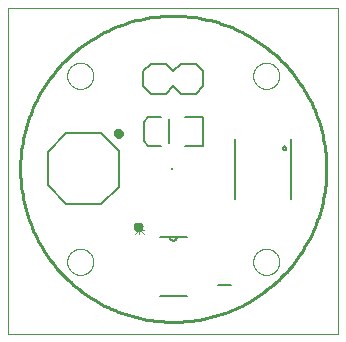
<source format=gto>
G75*
%MOIN*%
%OFA0B0*%
%FSLAX25Y25*%
%IPPOS*%
%LPD*%
%AMOC8*
5,1,8,0,0,1.08239X$1,22.5*
%
%ADD10C,0.00000*%
%ADD11C,0.01000*%
%ADD12C,0.01600*%
%ADD13C,0.00800*%
%ADD14C,0.00500*%
%ADD15C,0.00600*%
%ADD16C,0.00300*%
%ADD17R,0.00787X0.00787*%
D10*
X0006500Y0001500D02*
X0006500Y0110201D01*
X0116421Y0110201D01*
X0116421Y0001500D01*
X0006500Y0001500D01*
X0026150Y0025500D02*
X0026152Y0025631D01*
X0026158Y0025763D01*
X0026168Y0025894D01*
X0026182Y0026024D01*
X0026200Y0026155D01*
X0026221Y0026284D01*
X0026247Y0026413D01*
X0026276Y0026541D01*
X0026310Y0026668D01*
X0026347Y0026794D01*
X0026388Y0026919D01*
X0026433Y0027043D01*
X0026481Y0027165D01*
X0026533Y0027285D01*
X0026589Y0027404D01*
X0026648Y0027522D01*
X0026711Y0027637D01*
X0026777Y0027750D01*
X0026847Y0027862D01*
X0026920Y0027971D01*
X0026996Y0028078D01*
X0027076Y0028183D01*
X0027158Y0028285D01*
X0027244Y0028385D01*
X0027333Y0028482D01*
X0027424Y0028576D01*
X0027518Y0028667D01*
X0027615Y0028756D01*
X0027715Y0028842D01*
X0027817Y0028924D01*
X0027922Y0029004D01*
X0028029Y0029080D01*
X0028138Y0029153D01*
X0028250Y0029223D01*
X0028363Y0029289D01*
X0028478Y0029352D01*
X0028596Y0029411D01*
X0028715Y0029467D01*
X0028835Y0029519D01*
X0028957Y0029567D01*
X0029081Y0029612D01*
X0029206Y0029653D01*
X0029332Y0029690D01*
X0029459Y0029724D01*
X0029587Y0029753D01*
X0029716Y0029779D01*
X0029845Y0029800D01*
X0029976Y0029818D01*
X0030106Y0029832D01*
X0030237Y0029842D01*
X0030369Y0029848D01*
X0030500Y0029850D01*
X0030631Y0029848D01*
X0030763Y0029842D01*
X0030894Y0029832D01*
X0031024Y0029818D01*
X0031155Y0029800D01*
X0031284Y0029779D01*
X0031413Y0029753D01*
X0031541Y0029724D01*
X0031668Y0029690D01*
X0031794Y0029653D01*
X0031919Y0029612D01*
X0032043Y0029567D01*
X0032165Y0029519D01*
X0032285Y0029467D01*
X0032404Y0029411D01*
X0032522Y0029352D01*
X0032637Y0029289D01*
X0032750Y0029223D01*
X0032862Y0029153D01*
X0032971Y0029080D01*
X0033078Y0029004D01*
X0033183Y0028924D01*
X0033285Y0028842D01*
X0033385Y0028756D01*
X0033482Y0028667D01*
X0033576Y0028576D01*
X0033667Y0028482D01*
X0033756Y0028385D01*
X0033842Y0028285D01*
X0033924Y0028183D01*
X0034004Y0028078D01*
X0034080Y0027971D01*
X0034153Y0027862D01*
X0034223Y0027750D01*
X0034289Y0027637D01*
X0034352Y0027522D01*
X0034411Y0027404D01*
X0034467Y0027285D01*
X0034519Y0027165D01*
X0034567Y0027043D01*
X0034612Y0026919D01*
X0034653Y0026794D01*
X0034690Y0026668D01*
X0034724Y0026541D01*
X0034753Y0026413D01*
X0034779Y0026284D01*
X0034800Y0026155D01*
X0034818Y0026024D01*
X0034832Y0025894D01*
X0034842Y0025763D01*
X0034848Y0025631D01*
X0034850Y0025500D01*
X0034848Y0025369D01*
X0034842Y0025237D01*
X0034832Y0025106D01*
X0034818Y0024976D01*
X0034800Y0024845D01*
X0034779Y0024716D01*
X0034753Y0024587D01*
X0034724Y0024459D01*
X0034690Y0024332D01*
X0034653Y0024206D01*
X0034612Y0024081D01*
X0034567Y0023957D01*
X0034519Y0023835D01*
X0034467Y0023715D01*
X0034411Y0023596D01*
X0034352Y0023478D01*
X0034289Y0023363D01*
X0034223Y0023250D01*
X0034153Y0023138D01*
X0034080Y0023029D01*
X0034004Y0022922D01*
X0033924Y0022817D01*
X0033842Y0022715D01*
X0033756Y0022615D01*
X0033667Y0022518D01*
X0033576Y0022424D01*
X0033482Y0022333D01*
X0033385Y0022244D01*
X0033285Y0022158D01*
X0033183Y0022076D01*
X0033078Y0021996D01*
X0032971Y0021920D01*
X0032862Y0021847D01*
X0032750Y0021777D01*
X0032637Y0021711D01*
X0032522Y0021648D01*
X0032404Y0021589D01*
X0032285Y0021533D01*
X0032165Y0021481D01*
X0032043Y0021433D01*
X0031919Y0021388D01*
X0031794Y0021347D01*
X0031668Y0021310D01*
X0031541Y0021276D01*
X0031413Y0021247D01*
X0031284Y0021221D01*
X0031155Y0021200D01*
X0031024Y0021182D01*
X0030894Y0021168D01*
X0030763Y0021158D01*
X0030631Y0021152D01*
X0030500Y0021150D01*
X0030369Y0021152D01*
X0030237Y0021158D01*
X0030106Y0021168D01*
X0029976Y0021182D01*
X0029845Y0021200D01*
X0029716Y0021221D01*
X0029587Y0021247D01*
X0029459Y0021276D01*
X0029332Y0021310D01*
X0029206Y0021347D01*
X0029081Y0021388D01*
X0028957Y0021433D01*
X0028835Y0021481D01*
X0028715Y0021533D01*
X0028596Y0021589D01*
X0028478Y0021648D01*
X0028363Y0021711D01*
X0028250Y0021777D01*
X0028138Y0021847D01*
X0028029Y0021920D01*
X0027922Y0021996D01*
X0027817Y0022076D01*
X0027715Y0022158D01*
X0027615Y0022244D01*
X0027518Y0022333D01*
X0027424Y0022424D01*
X0027333Y0022518D01*
X0027244Y0022615D01*
X0027158Y0022715D01*
X0027076Y0022817D01*
X0026996Y0022922D01*
X0026920Y0023029D01*
X0026847Y0023138D01*
X0026777Y0023250D01*
X0026711Y0023363D01*
X0026648Y0023478D01*
X0026589Y0023596D01*
X0026533Y0023715D01*
X0026481Y0023835D01*
X0026433Y0023957D01*
X0026388Y0024081D01*
X0026347Y0024206D01*
X0026310Y0024332D01*
X0026276Y0024459D01*
X0026247Y0024587D01*
X0026221Y0024716D01*
X0026200Y0024845D01*
X0026182Y0024976D01*
X0026168Y0025106D01*
X0026158Y0025237D01*
X0026152Y0025369D01*
X0026150Y0025500D01*
X0088150Y0025500D02*
X0088152Y0025631D01*
X0088158Y0025763D01*
X0088168Y0025894D01*
X0088182Y0026024D01*
X0088200Y0026155D01*
X0088221Y0026284D01*
X0088247Y0026413D01*
X0088276Y0026541D01*
X0088310Y0026668D01*
X0088347Y0026794D01*
X0088388Y0026919D01*
X0088433Y0027043D01*
X0088481Y0027165D01*
X0088533Y0027285D01*
X0088589Y0027404D01*
X0088648Y0027522D01*
X0088711Y0027637D01*
X0088777Y0027750D01*
X0088847Y0027862D01*
X0088920Y0027971D01*
X0088996Y0028078D01*
X0089076Y0028183D01*
X0089158Y0028285D01*
X0089244Y0028385D01*
X0089333Y0028482D01*
X0089424Y0028576D01*
X0089518Y0028667D01*
X0089615Y0028756D01*
X0089715Y0028842D01*
X0089817Y0028924D01*
X0089922Y0029004D01*
X0090029Y0029080D01*
X0090138Y0029153D01*
X0090250Y0029223D01*
X0090363Y0029289D01*
X0090478Y0029352D01*
X0090596Y0029411D01*
X0090715Y0029467D01*
X0090835Y0029519D01*
X0090957Y0029567D01*
X0091081Y0029612D01*
X0091206Y0029653D01*
X0091332Y0029690D01*
X0091459Y0029724D01*
X0091587Y0029753D01*
X0091716Y0029779D01*
X0091845Y0029800D01*
X0091976Y0029818D01*
X0092106Y0029832D01*
X0092237Y0029842D01*
X0092369Y0029848D01*
X0092500Y0029850D01*
X0092631Y0029848D01*
X0092763Y0029842D01*
X0092894Y0029832D01*
X0093024Y0029818D01*
X0093155Y0029800D01*
X0093284Y0029779D01*
X0093413Y0029753D01*
X0093541Y0029724D01*
X0093668Y0029690D01*
X0093794Y0029653D01*
X0093919Y0029612D01*
X0094043Y0029567D01*
X0094165Y0029519D01*
X0094285Y0029467D01*
X0094404Y0029411D01*
X0094522Y0029352D01*
X0094637Y0029289D01*
X0094750Y0029223D01*
X0094862Y0029153D01*
X0094971Y0029080D01*
X0095078Y0029004D01*
X0095183Y0028924D01*
X0095285Y0028842D01*
X0095385Y0028756D01*
X0095482Y0028667D01*
X0095576Y0028576D01*
X0095667Y0028482D01*
X0095756Y0028385D01*
X0095842Y0028285D01*
X0095924Y0028183D01*
X0096004Y0028078D01*
X0096080Y0027971D01*
X0096153Y0027862D01*
X0096223Y0027750D01*
X0096289Y0027637D01*
X0096352Y0027522D01*
X0096411Y0027404D01*
X0096467Y0027285D01*
X0096519Y0027165D01*
X0096567Y0027043D01*
X0096612Y0026919D01*
X0096653Y0026794D01*
X0096690Y0026668D01*
X0096724Y0026541D01*
X0096753Y0026413D01*
X0096779Y0026284D01*
X0096800Y0026155D01*
X0096818Y0026024D01*
X0096832Y0025894D01*
X0096842Y0025763D01*
X0096848Y0025631D01*
X0096850Y0025500D01*
X0096848Y0025369D01*
X0096842Y0025237D01*
X0096832Y0025106D01*
X0096818Y0024976D01*
X0096800Y0024845D01*
X0096779Y0024716D01*
X0096753Y0024587D01*
X0096724Y0024459D01*
X0096690Y0024332D01*
X0096653Y0024206D01*
X0096612Y0024081D01*
X0096567Y0023957D01*
X0096519Y0023835D01*
X0096467Y0023715D01*
X0096411Y0023596D01*
X0096352Y0023478D01*
X0096289Y0023363D01*
X0096223Y0023250D01*
X0096153Y0023138D01*
X0096080Y0023029D01*
X0096004Y0022922D01*
X0095924Y0022817D01*
X0095842Y0022715D01*
X0095756Y0022615D01*
X0095667Y0022518D01*
X0095576Y0022424D01*
X0095482Y0022333D01*
X0095385Y0022244D01*
X0095285Y0022158D01*
X0095183Y0022076D01*
X0095078Y0021996D01*
X0094971Y0021920D01*
X0094862Y0021847D01*
X0094750Y0021777D01*
X0094637Y0021711D01*
X0094522Y0021648D01*
X0094404Y0021589D01*
X0094285Y0021533D01*
X0094165Y0021481D01*
X0094043Y0021433D01*
X0093919Y0021388D01*
X0093794Y0021347D01*
X0093668Y0021310D01*
X0093541Y0021276D01*
X0093413Y0021247D01*
X0093284Y0021221D01*
X0093155Y0021200D01*
X0093024Y0021182D01*
X0092894Y0021168D01*
X0092763Y0021158D01*
X0092631Y0021152D01*
X0092500Y0021150D01*
X0092369Y0021152D01*
X0092237Y0021158D01*
X0092106Y0021168D01*
X0091976Y0021182D01*
X0091845Y0021200D01*
X0091716Y0021221D01*
X0091587Y0021247D01*
X0091459Y0021276D01*
X0091332Y0021310D01*
X0091206Y0021347D01*
X0091081Y0021388D01*
X0090957Y0021433D01*
X0090835Y0021481D01*
X0090715Y0021533D01*
X0090596Y0021589D01*
X0090478Y0021648D01*
X0090363Y0021711D01*
X0090250Y0021777D01*
X0090138Y0021847D01*
X0090029Y0021920D01*
X0089922Y0021996D01*
X0089817Y0022076D01*
X0089715Y0022158D01*
X0089615Y0022244D01*
X0089518Y0022333D01*
X0089424Y0022424D01*
X0089333Y0022518D01*
X0089244Y0022615D01*
X0089158Y0022715D01*
X0089076Y0022817D01*
X0088996Y0022922D01*
X0088920Y0023029D01*
X0088847Y0023138D01*
X0088777Y0023250D01*
X0088711Y0023363D01*
X0088648Y0023478D01*
X0088589Y0023596D01*
X0088533Y0023715D01*
X0088481Y0023835D01*
X0088433Y0023957D01*
X0088388Y0024081D01*
X0088347Y0024206D01*
X0088310Y0024332D01*
X0088276Y0024459D01*
X0088247Y0024587D01*
X0088221Y0024716D01*
X0088200Y0024845D01*
X0088182Y0024976D01*
X0088168Y0025106D01*
X0088158Y0025237D01*
X0088152Y0025369D01*
X0088150Y0025500D01*
X0088150Y0087500D02*
X0088152Y0087631D01*
X0088158Y0087763D01*
X0088168Y0087894D01*
X0088182Y0088024D01*
X0088200Y0088155D01*
X0088221Y0088284D01*
X0088247Y0088413D01*
X0088276Y0088541D01*
X0088310Y0088668D01*
X0088347Y0088794D01*
X0088388Y0088919D01*
X0088433Y0089043D01*
X0088481Y0089165D01*
X0088533Y0089285D01*
X0088589Y0089404D01*
X0088648Y0089522D01*
X0088711Y0089637D01*
X0088777Y0089750D01*
X0088847Y0089862D01*
X0088920Y0089971D01*
X0088996Y0090078D01*
X0089076Y0090183D01*
X0089158Y0090285D01*
X0089244Y0090385D01*
X0089333Y0090482D01*
X0089424Y0090576D01*
X0089518Y0090667D01*
X0089615Y0090756D01*
X0089715Y0090842D01*
X0089817Y0090924D01*
X0089922Y0091004D01*
X0090029Y0091080D01*
X0090138Y0091153D01*
X0090250Y0091223D01*
X0090363Y0091289D01*
X0090478Y0091352D01*
X0090596Y0091411D01*
X0090715Y0091467D01*
X0090835Y0091519D01*
X0090957Y0091567D01*
X0091081Y0091612D01*
X0091206Y0091653D01*
X0091332Y0091690D01*
X0091459Y0091724D01*
X0091587Y0091753D01*
X0091716Y0091779D01*
X0091845Y0091800D01*
X0091976Y0091818D01*
X0092106Y0091832D01*
X0092237Y0091842D01*
X0092369Y0091848D01*
X0092500Y0091850D01*
X0092631Y0091848D01*
X0092763Y0091842D01*
X0092894Y0091832D01*
X0093024Y0091818D01*
X0093155Y0091800D01*
X0093284Y0091779D01*
X0093413Y0091753D01*
X0093541Y0091724D01*
X0093668Y0091690D01*
X0093794Y0091653D01*
X0093919Y0091612D01*
X0094043Y0091567D01*
X0094165Y0091519D01*
X0094285Y0091467D01*
X0094404Y0091411D01*
X0094522Y0091352D01*
X0094637Y0091289D01*
X0094750Y0091223D01*
X0094862Y0091153D01*
X0094971Y0091080D01*
X0095078Y0091004D01*
X0095183Y0090924D01*
X0095285Y0090842D01*
X0095385Y0090756D01*
X0095482Y0090667D01*
X0095576Y0090576D01*
X0095667Y0090482D01*
X0095756Y0090385D01*
X0095842Y0090285D01*
X0095924Y0090183D01*
X0096004Y0090078D01*
X0096080Y0089971D01*
X0096153Y0089862D01*
X0096223Y0089750D01*
X0096289Y0089637D01*
X0096352Y0089522D01*
X0096411Y0089404D01*
X0096467Y0089285D01*
X0096519Y0089165D01*
X0096567Y0089043D01*
X0096612Y0088919D01*
X0096653Y0088794D01*
X0096690Y0088668D01*
X0096724Y0088541D01*
X0096753Y0088413D01*
X0096779Y0088284D01*
X0096800Y0088155D01*
X0096818Y0088024D01*
X0096832Y0087894D01*
X0096842Y0087763D01*
X0096848Y0087631D01*
X0096850Y0087500D01*
X0096848Y0087369D01*
X0096842Y0087237D01*
X0096832Y0087106D01*
X0096818Y0086976D01*
X0096800Y0086845D01*
X0096779Y0086716D01*
X0096753Y0086587D01*
X0096724Y0086459D01*
X0096690Y0086332D01*
X0096653Y0086206D01*
X0096612Y0086081D01*
X0096567Y0085957D01*
X0096519Y0085835D01*
X0096467Y0085715D01*
X0096411Y0085596D01*
X0096352Y0085478D01*
X0096289Y0085363D01*
X0096223Y0085250D01*
X0096153Y0085138D01*
X0096080Y0085029D01*
X0096004Y0084922D01*
X0095924Y0084817D01*
X0095842Y0084715D01*
X0095756Y0084615D01*
X0095667Y0084518D01*
X0095576Y0084424D01*
X0095482Y0084333D01*
X0095385Y0084244D01*
X0095285Y0084158D01*
X0095183Y0084076D01*
X0095078Y0083996D01*
X0094971Y0083920D01*
X0094862Y0083847D01*
X0094750Y0083777D01*
X0094637Y0083711D01*
X0094522Y0083648D01*
X0094404Y0083589D01*
X0094285Y0083533D01*
X0094165Y0083481D01*
X0094043Y0083433D01*
X0093919Y0083388D01*
X0093794Y0083347D01*
X0093668Y0083310D01*
X0093541Y0083276D01*
X0093413Y0083247D01*
X0093284Y0083221D01*
X0093155Y0083200D01*
X0093024Y0083182D01*
X0092894Y0083168D01*
X0092763Y0083158D01*
X0092631Y0083152D01*
X0092500Y0083150D01*
X0092369Y0083152D01*
X0092237Y0083158D01*
X0092106Y0083168D01*
X0091976Y0083182D01*
X0091845Y0083200D01*
X0091716Y0083221D01*
X0091587Y0083247D01*
X0091459Y0083276D01*
X0091332Y0083310D01*
X0091206Y0083347D01*
X0091081Y0083388D01*
X0090957Y0083433D01*
X0090835Y0083481D01*
X0090715Y0083533D01*
X0090596Y0083589D01*
X0090478Y0083648D01*
X0090363Y0083711D01*
X0090250Y0083777D01*
X0090138Y0083847D01*
X0090029Y0083920D01*
X0089922Y0083996D01*
X0089817Y0084076D01*
X0089715Y0084158D01*
X0089615Y0084244D01*
X0089518Y0084333D01*
X0089424Y0084424D01*
X0089333Y0084518D01*
X0089244Y0084615D01*
X0089158Y0084715D01*
X0089076Y0084817D01*
X0088996Y0084922D01*
X0088920Y0085029D01*
X0088847Y0085138D01*
X0088777Y0085250D01*
X0088711Y0085363D01*
X0088648Y0085478D01*
X0088589Y0085596D01*
X0088533Y0085715D01*
X0088481Y0085835D01*
X0088433Y0085957D01*
X0088388Y0086081D01*
X0088347Y0086206D01*
X0088310Y0086332D01*
X0088276Y0086459D01*
X0088247Y0086587D01*
X0088221Y0086716D01*
X0088200Y0086845D01*
X0088182Y0086976D01*
X0088168Y0087106D01*
X0088158Y0087237D01*
X0088152Y0087369D01*
X0088150Y0087500D01*
X0026150Y0087500D02*
X0026152Y0087631D01*
X0026158Y0087763D01*
X0026168Y0087894D01*
X0026182Y0088024D01*
X0026200Y0088155D01*
X0026221Y0088284D01*
X0026247Y0088413D01*
X0026276Y0088541D01*
X0026310Y0088668D01*
X0026347Y0088794D01*
X0026388Y0088919D01*
X0026433Y0089043D01*
X0026481Y0089165D01*
X0026533Y0089285D01*
X0026589Y0089404D01*
X0026648Y0089522D01*
X0026711Y0089637D01*
X0026777Y0089750D01*
X0026847Y0089862D01*
X0026920Y0089971D01*
X0026996Y0090078D01*
X0027076Y0090183D01*
X0027158Y0090285D01*
X0027244Y0090385D01*
X0027333Y0090482D01*
X0027424Y0090576D01*
X0027518Y0090667D01*
X0027615Y0090756D01*
X0027715Y0090842D01*
X0027817Y0090924D01*
X0027922Y0091004D01*
X0028029Y0091080D01*
X0028138Y0091153D01*
X0028250Y0091223D01*
X0028363Y0091289D01*
X0028478Y0091352D01*
X0028596Y0091411D01*
X0028715Y0091467D01*
X0028835Y0091519D01*
X0028957Y0091567D01*
X0029081Y0091612D01*
X0029206Y0091653D01*
X0029332Y0091690D01*
X0029459Y0091724D01*
X0029587Y0091753D01*
X0029716Y0091779D01*
X0029845Y0091800D01*
X0029976Y0091818D01*
X0030106Y0091832D01*
X0030237Y0091842D01*
X0030369Y0091848D01*
X0030500Y0091850D01*
X0030631Y0091848D01*
X0030763Y0091842D01*
X0030894Y0091832D01*
X0031024Y0091818D01*
X0031155Y0091800D01*
X0031284Y0091779D01*
X0031413Y0091753D01*
X0031541Y0091724D01*
X0031668Y0091690D01*
X0031794Y0091653D01*
X0031919Y0091612D01*
X0032043Y0091567D01*
X0032165Y0091519D01*
X0032285Y0091467D01*
X0032404Y0091411D01*
X0032522Y0091352D01*
X0032637Y0091289D01*
X0032750Y0091223D01*
X0032862Y0091153D01*
X0032971Y0091080D01*
X0033078Y0091004D01*
X0033183Y0090924D01*
X0033285Y0090842D01*
X0033385Y0090756D01*
X0033482Y0090667D01*
X0033576Y0090576D01*
X0033667Y0090482D01*
X0033756Y0090385D01*
X0033842Y0090285D01*
X0033924Y0090183D01*
X0034004Y0090078D01*
X0034080Y0089971D01*
X0034153Y0089862D01*
X0034223Y0089750D01*
X0034289Y0089637D01*
X0034352Y0089522D01*
X0034411Y0089404D01*
X0034467Y0089285D01*
X0034519Y0089165D01*
X0034567Y0089043D01*
X0034612Y0088919D01*
X0034653Y0088794D01*
X0034690Y0088668D01*
X0034724Y0088541D01*
X0034753Y0088413D01*
X0034779Y0088284D01*
X0034800Y0088155D01*
X0034818Y0088024D01*
X0034832Y0087894D01*
X0034842Y0087763D01*
X0034848Y0087631D01*
X0034850Y0087500D01*
X0034848Y0087369D01*
X0034842Y0087237D01*
X0034832Y0087106D01*
X0034818Y0086976D01*
X0034800Y0086845D01*
X0034779Y0086716D01*
X0034753Y0086587D01*
X0034724Y0086459D01*
X0034690Y0086332D01*
X0034653Y0086206D01*
X0034612Y0086081D01*
X0034567Y0085957D01*
X0034519Y0085835D01*
X0034467Y0085715D01*
X0034411Y0085596D01*
X0034352Y0085478D01*
X0034289Y0085363D01*
X0034223Y0085250D01*
X0034153Y0085138D01*
X0034080Y0085029D01*
X0034004Y0084922D01*
X0033924Y0084817D01*
X0033842Y0084715D01*
X0033756Y0084615D01*
X0033667Y0084518D01*
X0033576Y0084424D01*
X0033482Y0084333D01*
X0033385Y0084244D01*
X0033285Y0084158D01*
X0033183Y0084076D01*
X0033078Y0083996D01*
X0032971Y0083920D01*
X0032862Y0083847D01*
X0032750Y0083777D01*
X0032637Y0083711D01*
X0032522Y0083648D01*
X0032404Y0083589D01*
X0032285Y0083533D01*
X0032165Y0083481D01*
X0032043Y0083433D01*
X0031919Y0083388D01*
X0031794Y0083347D01*
X0031668Y0083310D01*
X0031541Y0083276D01*
X0031413Y0083247D01*
X0031284Y0083221D01*
X0031155Y0083200D01*
X0031024Y0083182D01*
X0030894Y0083168D01*
X0030763Y0083158D01*
X0030631Y0083152D01*
X0030500Y0083150D01*
X0030369Y0083152D01*
X0030237Y0083158D01*
X0030106Y0083168D01*
X0029976Y0083182D01*
X0029845Y0083200D01*
X0029716Y0083221D01*
X0029587Y0083247D01*
X0029459Y0083276D01*
X0029332Y0083310D01*
X0029206Y0083347D01*
X0029081Y0083388D01*
X0028957Y0083433D01*
X0028835Y0083481D01*
X0028715Y0083533D01*
X0028596Y0083589D01*
X0028478Y0083648D01*
X0028363Y0083711D01*
X0028250Y0083777D01*
X0028138Y0083847D01*
X0028029Y0083920D01*
X0027922Y0083996D01*
X0027817Y0084076D01*
X0027715Y0084158D01*
X0027615Y0084244D01*
X0027518Y0084333D01*
X0027424Y0084424D01*
X0027333Y0084518D01*
X0027244Y0084615D01*
X0027158Y0084715D01*
X0027076Y0084817D01*
X0026996Y0084922D01*
X0026920Y0085029D01*
X0026847Y0085138D01*
X0026777Y0085250D01*
X0026711Y0085363D01*
X0026648Y0085478D01*
X0026589Y0085596D01*
X0026533Y0085715D01*
X0026481Y0085835D01*
X0026433Y0085957D01*
X0026388Y0086081D01*
X0026347Y0086206D01*
X0026310Y0086332D01*
X0026276Y0086459D01*
X0026247Y0086587D01*
X0026221Y0086716D01*
X0026200Y0086845D01*
X0026182Y0086976D01*
X0026168Y0087106D01*
X0026158Y0087237D01*
X0026152Y0087369D01*
X0026150Y0087500D01*
D11*
X0010500Y0056500D02*
X0010515Y0057752D01*
X0010561Y0059002D01*
X0010638Y0060252D01*
X0010746Y0061499D01*
X0010884Y0062743D01*
X0011052Y0063983D01*
X0011251Y0065219D01*
X0011480Y0066450D01*
X0011739Y0067674D01*
X0012028Y0068892D01*
X0012347Y0070102D01*
X0012696Y0071305D01*
X0013074Y0072498D01*
X0013481Y0073681D01*
X0013917Y0074855D01*
X0014382Y0076017D01*
X0014875Y0077167D01*
X0015397Y0078305D01*
X0015946Y0079430D01*
X0016522Y0080541D01*
X0017126Y0081638D01*
X0017756Y0082719D01*
X0018412Y0083785D01*
X0019095Y0084834D01*
X0019803Y0085866D01*
X0020536Y0086881D01*
X0021294Y0087877D01*
X0022076Y0088854D01*
X0022882Y0089812D01*
X0023711Y0090750D01*
X0024563Y0091667D01*
X0025438Y0092562D01*
X0026333Y0093437D01*
X0027250Y0094289D01*
X0028188Y0095118D01*
X0029146Y0095924D01*
X0030123Y0096706D01*
X0031119Y0097464D01*
X0032134Y0098197D01*
X0033166Y0098905D01*
X0034215Y0099588D01*
X0035281Y0100244D01*
X0036362Y0100874D01*
X0037459Y0101478D01*
X0038570Y0102054D01*
X0039695Y0102603D01*
X0040833Y0103125D01*
X0041983Y0103618D01*
X0043145Y0104083D01*
X0044319Y0104519D01*
X0045502Y0104926D01*
X0046695Y0105304D01*
X0047898Y0105653D01*
X0049108Y0105972D01*
X0050326Y0106261D01*
X0051550Y0106520D01*
X0052781Y0106749D01*
X0054017Y0106948D01*
X0055257Y0107116D01*
X0056501Y0107254D01*
X0057748Y0107362D01*
X0058998Y0107439D01*
X0060248Y0107485D01*
X0061500Y0107500D01*
X0062752Y0107485D01*
X0064002Y0107439D01*
X0065252Y0107362D01*
X0066499Y0107254D01*
X0067743Y0107116D01*
X0068983Y0106948D01*
X0070219Y0106749D01*
X0071450Y0106520D01*
X0072674Y0106261D01*
X0073892Y0105972D01*
X0075102Y0105653D01*
X0076305Y0105304D01*
X0077498Y0104926D01*
X0078681Y0104519D01*
X0079855Y0104083D01*
X0081017Y0103618D01*
X0082167Y0103125D01*
X0083305Y0102603D01*
X0084430Y0102054D01*
X0085541Y0101478D01*
X0086638Y0100874D01*
X0087719Y0100244D01*
X0088785Y0099588D01*
X0089834Y0098905D01*
X0090866Y0098197D01*
X0091881Y0097464D01*
X0092877Y0096706D01*
X0093854Y0095924D01*
X0094812Y0095118D01*
X0095750Y0094289D01*
X0096667Y0093437D01*
X0097562Y0092562D01*
X0098437Y0091667D01*
X0099289Y0090750D01*
X0100118Y0089812D01*
X0100924Y0088854D01*
X0101706Y0087877D01*
X0102464Y0086881D01*
X0103197Y0085866D01*
X0103905Y0084834D01*
X0104588Y0083785D01*
X0105244Y0082719D01*
X0105874Y0081638D01*
X0106478Y0080541D01*
X0107054Y0079430D01*
X0107603Y0078305D01*
X0108125Y0077167D01*
X0108618Y0076017D01*
X0109083Y0074855D01*
X0109519Y0073681D01*
X0109926Y0072498D01*
X0110304Y0071305D01*
X0110653Y0070102D01*
X0110972Y0068892D01*
X0111261Y0067674D01*
X0111520Y0066450D01*
X0111749Y0065219D01*
X0111948Y0063983D01*
X0112116Y0062743D01*
X0112254Y0061499D01*
X0112362Y0060252D01*
X0112439Y0059002D01*
X0112485Y0057752D01*
X0112500Y0056500D01*
X0112485Y0055248D01*
X0112439Y0053998D01*
X0112362Y0052748D01*
X0112254Y0051501D01*
X0112116Y0050257D01*
X0111948Y0049017D01*
X0111749Y0047781D01*
X0111520Y0046550D01*
X0111261Y0045326D01*
X0110972Y0044108D01*
X0110653Y0042898D01*
X0110304Y0041695D01*
X0109926Y0040502D01*
X0109519Y0039319D01*
X0109083Y0038145D01*
X0108618Y0036983D01*
X0108125Y0035833D01*
X0107603Y0034695D01*
X0107054Y0033570D01*
X0106478Y0032459D01*
X0105874Y0031362D01*
X0105244Y0030281D01*
X0104588Y0029215D01*
X0103905Y0028166D01*
X0103197Y0027134D01*
X0102464Y0026119D01*
X0101706Y0025123D01*
X0100924Y0024146D01*
X0100118Y0023188D01*
X0099289Y0022250D01*
X0098437Y0021333D01*
X0097562Y0020438D01*
X0096667Y0019563D01*
X0095750Y0018711D01*
X0094812Y0017882D01*
X0093854Y0017076D01*
X0092877Y0016294D01*
X0091881Y0015536D01*
X0090866Y0014803D01*
X0089834Y0014095D01*
X0088785Y0013412D01*
X0087719Y0012756D01*
X0086638Y0012126D01*
X0085541Y0011522D01*
X0084430Y0010946D01*
X0083305Y0010397D01*
X0082167Y0009875D01*
X0081017Y0009382D01*
X0079855Y0008917D01*
X0078681Y0008481D01*
X0077498Y0008074D01*
X0076305Y0007696D01*
X0075102Y0007347D01*
X0073892Y0007028D01*
X0072674Y0006739D01*
X0071450Y0006480D01*
X0070219Y0006251D01*
X0068983Y0006052D01*
X0067743Y0005884D01*
X0066499Y0005746D01*
X0065252Y0005638D01*
X0064002Y0005561D01*
X0062752Y0005515D01*
X0061500Y0005500D01*
X0060248Y0005515D01*
X0058998Y0005561D01*
X0057748Y0005638D01*
X0056501Y0005746D01*
X0055257Y0005884D01*
X0054017Y0006052D01*
X0052781Y0006251D01*
X0051550Y0006480D01*
X0050326Y0006739D01*
X0049108Y0007028D01*
X0047898Y0007347D01*
X0046695Y0007696D01*
X0045502Y0008074D01*
X0044319Y0008481D01*
X0043145Y0008917D01*
X0041983Y0009382D01*
X0040833Y0009875D01*
X0039695Y0010397D01*
X0038570Y0010946D01*
X0037459Y0011522D01*
X0036362Y0012126D01*
X0035281Y0012756D01*
X0034215Y0013412D01*
X0033166Y0014095D01*
X0032134Y0014803D01*
X0031119Y0015536D01*
X0030123Y0016294D01*
X0029146Y0017076D01*
X0028188Y0017882D01*
X0027250Y0018711D01*
X0026333Y0019563D01*
X0025438Y0020438D01*
X0024563Y0021333D01*
X0023711Y0022250D01*
X0022882Y0023188D01*
X0022076Y0024146D01*
X0021294Y0025123D01*
X0020536Y0026119D01*
X0019803Y0027134D01*
X0019095Y0028166D01*
X0018412Y0029215D01*
X0017756Y0030281D01*
X0017126Y0031362D01*
X0016522Y0032459D01*
X0015946Y0033570D01*
X0015397Y0034695D01*
X0014875Y0035833D01*
X0014382Y0036983D01*
X0013917Y0038145D01*
X0013481Y0039319D01*
X0013074Y0040502D01*
X0012696Y0041695D01*
X0012347Y0042898D01*
X0012028Y0044108D01*
X0011739Y0045326D01*
X0011480Y0046550D01*
X0011251Y0047781D01*
X0011052Y0049017D01*
X0010884Y0050257D01*
X0010746Y0051501D01*
X0010638Y0052748D01*
X0010561Y0053998D01*
X0010515Y0055248D01*
X0010500Y0056500D01*
D12*
X0042593Y0068300D02*
X0042595Y0068353D01*
X0042601Y0068405D01*
X0042611Y0068457D01*
X0042624Y0068508D01*
X0042642Y0068558D01*
X0042663Y0068607D01*
X0042688Y0068654D01*
X0042716Y0068698D01*
X0042747Y0068741D01*
X0042782Y0068781D01*
X0042819Y0068818D01*
X0042859Y0068853D01*
X0042902Y0068884D01*
X0042947Y0068912D01*
X0042993Y0068937D01*
X0043042Y0068958D01*
X0043092Y0068976D01*
X0043143Y0068989D01*
X0043195Y0068999D01*
X0043247Y0069005D01*
X0043300Y0069007D01*
X0043353Y0069005D01*
X0043405Y0068999D01*
X0043457Y0068989D01*
X0043508Y0068976D01*
X0043558Y0068958D01*
X0043607Y0068937D01*
X0043654Y0068912D01*
X0043698Y0068884D01*
X0043741Y0068853D01*
X0043781Y0068818D01*
X0043818Y0068781D01*
X0043853Y0068741D01*
X0043884Y0068698D01*
X0043912Y0068653D01*
X0043937Y0068607D01*
X0043958Y0068558D01*
X0043976Y0068508D01*
X0043989Y0068457D01*
X0043999Y0068405D01*
X0044005Y0068353D01*
X0044007Y0068300D01*
X0044005Y0068247D01*
X0043999Y0068195D01*
X0043989Y0068143D01*
X0043976Y0068092D01*
X0043958Y0068042D01*
X0043937Y0067993D01*
X0043912Y0067946D01*
X0043884Y0067902D01*
X0043853Y0067859D01*
X0043818Y0067819D01*
X0043781Y0067782D01*
X0043741Y0067747D01*
X0043698Y0067716D01*
X0043653Y0067688D01*
X0043607Y0067663D01*
X0043558Y0067642D01*
X0043508Y0067624D01*
X0043457Y0067611D01*
X0043405Y0067601D01*
X0043353Y0067595D01*
X0043300Y0067593D01*
X0043247Y0067595D01*
X0043195Y0067601D01*
X0043143Y0067611D01*
X0043092Y0067624D01*
X0043042Y0067642D01*
X0042993Y0067663D01*
X0042946Y0067688D01*
X0042902Y0067716D01*
X0042859Y0067747D01*
X0042819Y0067782D01*
X0042782Y0067819D01*
X0042747Y0067859D01*
X0042716Y0067902D01*
X0042688Y0067947D01*
X0042663Y0067993D01*
X0042642Y0068042D01*
X0042624Y0068092D01*
X0042611Y0068143D01*
X0042601Y0068195D01*
X0042595Y0068247D01*
X0042593Y0068300D01*
X0049093Y0037200D02*
X0049095Y0037253D01*
X0049101Y0037305D01*
X0049111Y0037357D01*
X0049124Y0037408D01*
X0049142Y0037458D01*
X0049163Y0037507D01*
X0049188Y0037554D01*
X0049216Y0037598D01*
X0049247Y0037641D01*
X0049282Y0037681D01*
X0049319Y0037718D01*
X0049359Y0037753D01*
X0049402Y0037784D01*
X0049447Y0037812D01*
X0049493Y0037837D01*
X0049542Y0037858D01*
X0049592Y0037876D01*
X0049643Y0037889D01*
X0049695Y0037899D01*
X0049747Y0037905D01*
X0049800Y0037907D01*
X0049853Y0037905D01*
X0049905Y0037899D01*
X0049957Y0037889D01*
X0050008Y0037876D01*
X0050058Y0037858D01*
X0050107Y0037837D01*
X0050154Y0037812D01*
X0050198Y0037784D01*
X0050241Y0037753D01*
X0050281Y0037718D01*
X0050318Y0037681D01*
X0050353Y0037641D01*
X0050384Y0037598D01*
X0050412Y0037553D01*
X0050437Y0037507D01*
X0050458Y0037458D01*
X0050476Y0037408D01*
X0050489Y0037357D01*
X0050499Y0037305D01*
X0050505Y0037253D01*
X0050507Y0037200D01*
X0050505Y0037147D01*
X0050499Y0037095D01*
X0050489Y0037043D01*
X0050476Y0036992D01*
X0050458Y0036942D01*
X0050437Y0036893D01*
X0050412Y0036846D01*
X0050384Y0036802D01*
X0050353Y0036759D01*
X0050318Y0036719D01*
X0050281Y0036682D01*
X0050241Y0036647D01*
X0050198Y0036616D01*
X0050153Y0036588D01*
X0050107Y0036563D01*
X0050058Y0036542D01*
X0050008Y0036524D01*
X0049957Y0036511D01*
X0049905Y0036501D01*
X0049853Y0036495D01*
X0049800Y0036493D01*
X0049747Y0036495D01*
X0049695Y0036501D01*
X0049643Y0036511D01*
X0049592Y0036524D01*
X0049542Y0036542D01*
X0049493Y0036563D01*
X0049446Y0036588D01*
X0049402Y0036616D01*
X0049359Y0036647D01*
X0049319Y0036682D01*
X0049282Y0036719D01*
X0049247Y0036759D01*
X0049216Y0036802D01*
X0049188Y0036847D01*
X0049163Y0036893D01*
X0049142Y0036942D01*
X0049124Y0036992D01*
X0049111Y0037043D01*
X0049101Y0037095D01*
X0049095Y0037147D01*
X0049093Y0037200D01*
D13*
X0053232Y0064276D02*
X0057563Y0064276D01*
X0053232Y0064276D02*
X0051657Y0065850D01*
X0051657Y0072150D01*
X0053232Y0073724D01*
X0057563Y0073724D01*
X0065437Y0073724D02*
X0071343Y0073724D01*
X0071343Y0064276D01*
X0065437Y0064276D01*
X0064000Y0081500D02*
X0061500Y0084000D01*
X0059000Y0081500D01*
X0054000Y0081500D01*
X0051500Y0084000D01*
X0051500Y0089000D01*
X0054000Y0091500D01*
X0059000Y0091500D01*
X0061500Y0089000D01*
X0064000Y0091500D01*
X0069000Y0091500D01*
X0071500Y0089000D01*
X0071500Y0084000D01*
X0069000Y0081500D01*
X0064000Y0081500D01*
X0098035Y0063400D02*
X0098037Y0063447D01*
X0098043Y0063494D01*
X0098053Y0063541D01*
X0098066Y0063586D01*
X0098084Y0063630D01*
X0098105Y0063672D01*
X0098129Y0063713D01*
X0098157Y0063751D01*
X0098188Y0063787D01*
X0098222Y0063820D01*
X0098258Y0063850D01*
X0098297Y0063877D01*
X0098338Y0063901D01*
X0098381Y0063921D01*
X0098425Y0063937D01*
X0098471Y0063950D01*
X0098517Y0063959D01*
X0098565Y0063964D01*
X0098612Y0063965D01*
X0098659Y0063962D01*
X0098706Y0063955D01*
X0098752Y0063944D01*
X0098797Y0063930D01*
X0098841Y0063911D01*
X0098882Y0063889D01*
X0098922Y0063864D01*
X0098960Y0063835D01*
X0098995Y0063804D01*
X0099028Y0063769D01*
X0099057Y0063732D01*
X0099083Y0063693D01*
X0099106Y0063651D01*
X0099125Y0063608D01*
X0099141Y0063563D01*
X0099153Y0063517D01*
X0099161Y0063471D01*
X0099165Y0063424D01*
X0099165Y0063376D01*
X0099161Y0063329D01*
X0099153Y0063283D01*
X0099141Y0063237D01*
X0099125Y0063192D01*
X0099106Y0063149D01*
X0099083Y0063107D01*
X0099057Y0063068D01*
X0099028Y0063031D01*
X0098995Y0062996D01*
X0098960Y0062965D01*
X0098922Y0062936D01*
X0098883Y0062911D01*
X0098841Y0062889D01*
X0098797Y0062870D01*
X0098752Y0062856D01*
X0098706Y0062845D01*
X0098659Y0062838D01*
X0098612Y0062835D01*
X0098565Y0062836D01*
X0098517Y0062841D01*
X0098471Y0062850D01*
X0098425Y0062863D01*
X0098381Y0062879D01*
X0098338Y0062899D01*
X0098297Y0062923D01*
X0098258Y0062950D01*
X0098222Y0062980D01*
X0098188Y0063013D01*
X0098157Y0063049D01*
X0098129Y0063087D01*
X0098105Y0063128D01*
X0098084Y0063170D01*
X0098066Y0063214D01*
X0098053Y0063259D01*
X0098043Y0063306D01*
X0098037Y0063353D01*
X0098035Y0063400D01*
D14*
X0060000Y0065000D02*
X0060000Y0073000D01*
X0042066Y0068311D02*
X0042068Y0068381D01*
X0042074Y0068452D01*
X0042084Y0068521D01*
X0042098Y0068590D01*
X0042116Y0068659D01*
X0042137Y0068726D01*
X0042162Y0068792D01*
X0042191Y0068856D01*
X0042224Y0068918D01*
X0042260Y0068979D01*
X0042300Y0069037D01*
X0042342Y0069093D01*
X0042388Y0069147D01*
X0042437Y0069198D01*
X0042488Y0069246D01*
X0042543Y0069291D01*
X0042599Y0069333D01*
X0042658Y0069371D01*
X0042719Y0069406D01*
X0042782Y0069438D01*
X0042847Y0069466D01*
X0042913Y0069491D01*
X0042980Y0069511D01*
X0043049Y0069528D01*
X0043118Y0069541D01*
X0043188Y0069550D01*
X0043258Y0069555D01*
X0043329Y0069556D01*
X0043399Y0069553D01*
X0043469Y0069546D01*
X0043539Y0069535D01*
X0043608Y0069520D01*
X0043676Y0069501D01*
X0043742Y0069479D01*
X0043808Y0069453D01*
X0043872Y0069423D01*
X0043934Y0069389D01*
X0043994Y0069352D01*
X0044051Y0069312D01*
X0044107Y0069268D01*
X0044160Y0069222D01*
X0044210Y0069172D01*
X0044257Y0069120D01*
X0044301Y0069065D01*
X0044342Y0069008D01*
X0044380Y0068949D01*
X0044415Y0068887D01*
X0044445Y0068824D01*
X0044473Y0068759D01*
X0044496Y0068692D01*
X0044516Y0068625D01*
X0044532Y0068556D01*
X0044544Y0068487D01*
X0044552Y0068417D01*
X0044556Y0068346D01*
X0044556Y0068276D01*
X0044552Y0068205D01*
X0044544Y0068135D01*
X0044532Y0068066D01*
X0044516Y0067997D01*
X0044496Y0067930D01*
X0044473Y0067863D01*
X0044445Y0067798D01*
X0044415Y0067735D01*
X0044380Y0067673D01*
X0044342Y0067614D01*
X0044301Y0067557D01*
X0044257Y0067502D01*
X0044210Y0067450D01*
X0044160Y0067400D01*
X0044107Y0067354D01*
X0044051Y0067310D01*
X0043994Y0067270D01*
X0043933Y0067233D01*
X0043872Y0067199D01*
X0043808Y0067169D01*
X0043742Y0067143D01*
X0043676Y0067121D01*
X0043608Y0067102D01*
X0043539Y0067087D01*
X0043469Y0067076D01*
X0043399Y0067069D01*
X0043329Y0067066D01*
X0043258Y0067067D01*
X0043188Y0067072D01*
X0043118Y0067081D01*
X0043049Y0067094D01*
X0042980Y0067111D01*
X0042913Y0067131D01*
X0042847Y0067156D01*
X0042782Y0067184D01*
X0042719Y0067216D01*
X0042658Y0067251D01*
X0042599Y0067289D01*
X0042543Y0067331D01*
X0042488Y0067376D01*
X0042437Y0067424D01*
X0042388Y0067475D01*
X0042342Y0067529D01*
X0042300Y0067585D01*
X0042260Y0067643D01*
X0042224Y0067704D01*
X0042191Y0067766D01*
X0042162Y0067830D01*
X0042137Y0067896D01*
X0042116Y0067963D01*
X0042098Y0068032D01*
X0042084Y0068101D01*
X0042074Y0068170D01*
X0042068Y0068241D01*
X0042066Y0068311D01*
X0037406Y0068311D02*
X0043311Y0062406D01*
X0043311Y0050594D01*
X0037406Y0044689D01*
X0025594Y0044689D01*
X0019689Y0050988D01*
X0019689Y0062012D01*
X0025594Y0068311D01*
X0037406Y0068311D01*
D15*
X0057000Y0033800D02*
X0060300Y0033800D01*
X0062700Y0033800D01*
X0066000Y0033800D01*
X0062700Y0033800D02*
X0062698Y0033731D01*
X0062692Y0033663D01*
X0062682Y0033595D01*
X0062669Y0033528D01*
X0062651Y0033462D01*
X0062630Y0033397D01*
X0062605Y0033333D01*
X0062577Y0033271D01*
X0062545Y0033210D01*
X0062510Y0033151D01*
X0062471Y0033095D01*
X0062429Y0033040D01*
X0062384Y0032989D01*
X0062336Y0032939D01*
X0062286Y0032893D01*
X0062233Y0032850D01*
X0062177Y0032809D01*
X0062120Y0032772D01*
X0062060Y0032739D01*
X0061998Y0032708D01*
X0061935Y0032682D01*
X0061871Y0032659D01*
X0061805Y0032639D01*
X0061738Y0032624D01*
X0061671Y0032612D01*
X0061603Y0032604D01*
X0061534Y0032600D01*
X0061466Y0032600D01*
X0061397Y0032604D01*
X0061329Y0032612D01*
X0061262Y0032624D01*
X0061195Y0032639D01*
X0061129Y0032659D01*
X0061065Y0032682D01*
X0061002Y0032708D01*
X0060940Y0032739D01*
X0060880Y0032772D01*
X0060823Y0032809D01*
X0060767Y0032850D01*
X0060714Y0032893D01*
X0060664Y0032939D01*
X0060616Y0032989D01*
X0060571Y0033040D01*
X0060529Y0033095D01*
X0060490Y0033151D01*
X0060455Y0033210D01*
X0060423Y0033271D01*
X0060395Y0033333D01*
X0060370Y0033397D01*
X0060349Y0033462D01*
X0060331Y0033528D01*
X0060318Y0033595D01*
X0060308Y0033663D01*
X0060302Y0033731D01*
X0060300Y0033800D01*
X0076500Y0017700D02*
X0080600Y0017800D01*
X0066000Y0014200D02*
X0057000Y0014200D01*
X0082201Y0046502D02*
X0082201Y0066598D01*
X0100799Y0066598D02*
X0100799Y0046502D01*
D16*
X0051786Y0037770D02*
X0048650Y0034634D01*
X0050218Y0034634D02*
X0050218Y0037770D01*
X0048650Y0037770D02*
X0051786Y0034634D01*
X0051786Y0036202D02*
X0048650Y0036202D01*
D17*
X0061106Y0056500D03*
M02*

</source>
